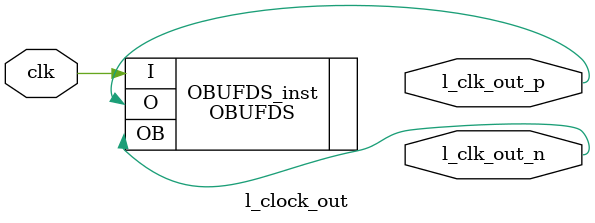
<source format=v>
`timescale 1ns / 1ps


module l_clock_out(
    input wire clk,        // Input clock signal
    output wire l_clk_out_p,    // Positive LVDS clock output
    output wire l_clk_out_n     // Negative LVDS clock output
);

    // Internal signals

// OBUFDS: Differential Output Buffer
//         7 Series
// Xilinx HDL Language Template, version 2025.1

OBUFDS #(
   .IOSTANDARD("LVDS_25"), // Specify the output I/O standard  LVDS_25
   .SLEW("SLOW")           // Specify the output slew rate
) OBUFDS_inst (
   .O(l_clk_out_p),     // Diff_p output (connect directly to top-level port)
   .OB(l_clk_out_n),   // Diff_n output (connect directly to top-level port)
   .I(clk)      // Buffer input
);

// End of OBUFDS_inst instantiation

endmodule
</source>
